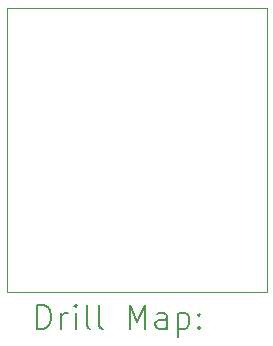
<source format=gbr>
%TF.GenerationSoftware,KiCad,Pcbnew,8.0.2-8.0.2-0~ubuntu22.04.1*%
%TF.CreationDate,2024-06-01T15:22:26+09:00*%
%TF.ProjectId,TB6612,54423636-3132-42e6-9b69-6361645f7063,rev?*%
%TF.SameCoordinates,Original*%
%TF.FileFunction,Drillmap*%
%TF.FilePolarity,Positive*%
%FSLAX45Y45*%
G04 Gerber Fmt 4.5, Leading zero omitted, Abs format (unit mm)*
G04 Created by KiCad (PCBNEW 8.0.2-8.0.2-0~ubuntu22.04.1) date 2024-06-01 15:22:26*
%MOMM*%
%LPD*%
G01*
G04 APERTURE LIST*
%ADD10C,0.050000*%
%ADD11C,0.200000*%
G04 APERTURE END LIST*
D10*
X13200000Y-8050000D02*
X15400000Y-8050000D01*
X15400000Y-10450000D01*
X13200000Y-10450000D01*
X13200000Y-8050000D01*
D11*
X13458277Y-10763984D02*
X13458277Y-10563984D01*
X13458277Y-10563984D02*
X13505896Y-10563984D01*
X13505896Y-10563984D02*
X13534467Y-10573508D01*
X13534467Y-10573508D02*
X13553515Y-10592555D01*
X13553515Y-10592555D02*
X13563039Y-10611603D01*
X13563039Y-10611603D02*
X13572562Y-10649698D01*
X13572562Y-10649698D02*
X13572562Y-10678270D01*
X13572562Y-10678270D02*
X13563039Y-10716365D01*
X13563039Y-10716365D02*
X13553515Y-10735412D01*
X13553515Y-10735412D02*
X13534467Y-10754460D01*
X13534467Y-10754460D02*
X13505896Y-10763984D01*
X13505896Y-10763984D02*
X13458277Y-10763984D01*
X13658277Y-10763984D02*
X13658277Y-10630650D01*
X13658277Y-10668746D02*
X13667801Y-10649698D01*
X13667801Y-10649698D02*
X13677324Y-10640174D01*
X13677324Y-10640174D02*
X13696372Y-10630650D01*
X13696372Y-10630650D02*
X13715420Y-10630650D01*
X13782086Y-10763984D02*
X13782086Y-10630650D01*
X13782086Y-10563984D02*
X13772562Y-10573508D01*
X13772562Y-10573508D02*
X13782086Y-10583031D01*
X13782086Y-10583031D02*
X13791610Y-10573508D01*
X13791610Y-10573508D02*
X13782086Y-10563984D01*
X13782086Y-10563984D02*
X13782086Y-10583031D01*
X13905896Y-10763984D02*
X13886848Y-10754460D01*
X13886848Y-10754460D02*
X13877324Y-10735412D01*
X13877324Y-10735412D02*
X13877324Y-10563984D01*
X14010658Y-10763984D02*
X13991610Y-10754460D01*
X13991610Y-10754460D02*
X13982086Y-10735412D01*
X13982086Y-10735412D02*
X13982086Y-10563984D01*
X14239229Y-10763984D02*
X14239229Y-10563984D01*
X14239229Y-10563984D02*
X14305896Y-10706841D01*
X14305896Y-10706841D02*
X14372562Y-10563984D01*
X14372562Y-10563984D02*
X14372562Y-10763984D01*
X14553515Y-10763984D02*
X14553515Y-10659222D01*
X14553515Y-10659222D02*
X14543991Y-10640174D01*
X14543991Y-10640174D02*
X14524943Y-10630650D01*
X14524943Y-10630650D02*
X14486848Y-10630650D01*
X14486848Y-10630650D02*
X14467801Y-10640174D01*
X14553515Y-10754460D02*
X14534467Y-10763984D01*
X14534467Y-10763984D02*
X14486848Y-10763984D01*
X14486848Y-10763984D02*
X14467801Y-10754460D01*
X14467801Y-10754460D02*
X14458277Y-10735412D01*
X14458277Y-10735412D02*
X14458277Y-10716365D01*
X14458277Y-10716365D02*
X14467801Y-10697317D01*
X14467801Y-10697317D02*
X14486848Y-10687793D01*
X14486848Y-10687793D02*
X14534467Y-10687793D01*
X14534467Y-10687793D02*
X14553515Y-10678270D01*
X14648753Y-10630650D02*
X14648753Y-10830650D01*
X14648753Y-10640174D02*
X14667801Y-10630650D01*
X14667801Y-10630650D02*
X14705896Y-10630650D01*
X14705896Y-10630650D02*
X14724943Y-10640174D01*
X14724943Y-10640174D02*
X14734467Y-10649698D01*
X14734467Y-10649698D02*
X14743991Y-10668746D01*
X14743991Y-10668746D02*
X14743991Y-10725889D01*
X14743991Y-10725889D02*
X14734467Y-10744936D01*
X14734467Y-10744936D02*
X14724943Y-10754460D01*
X14724943Y-10754460D02*
X14705896Y-10763984D01*
X14705896Y-10763984D02*
X14667801Y-10763984D01*
X14667801Y-10763984D02*
X14648753Y-10754460D01*
X14829705Y-10744936D02*
X14839229Y-10754460D01*
X14839229Y-10754460D02*
X14829705Y-10763984D01*
X14829705Y-10763984D02*
X14820182Y-10754460D01*
X14820182Y-10754460D02*
X14829705Y-10744936D01*
X14829705Y-10744936D02*
X14829705Y-10763984D01*
X14829705Y-10640174D02*
X14839229Y-10649698D01*
X14839229Y-10649698D02*
X14829705Y-10659222D01*
X14829705Y-10659222D02*
X14820182Y-10649698D01*
X14820182Y-10649698D02*
X14829705Y-10640174D01*
X14829705Y-10640174D02*
X14829705Y-10659222D01*
M02*

</source>
